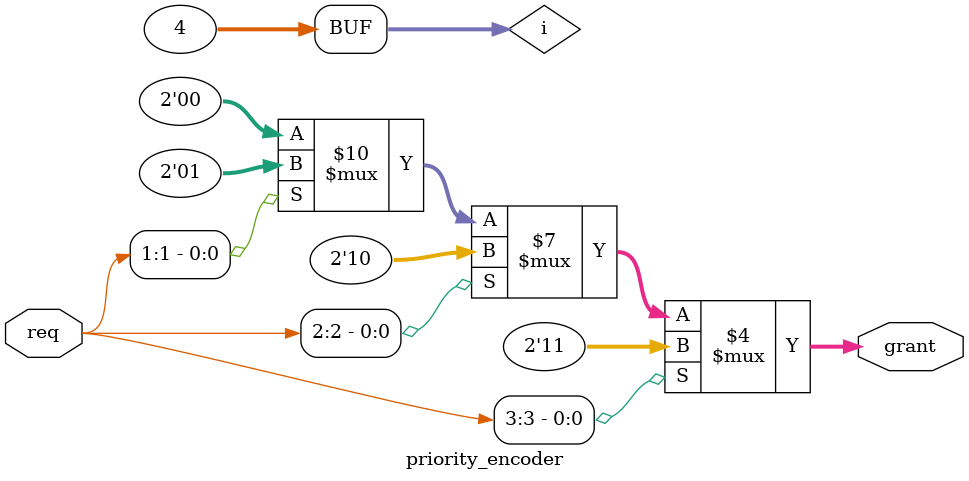
<source format=sv>
module decoder_priority #(WIDTH=4) (
    input [WIDTH-1:0] req,
    output [$clog2(WIDTH)-1:0] grant
);

    // Priority encoder submodule
    priority_encoder #(.WIDTH(WIDTH)) pe_inst (
        .req(req),
        .grant(grant)
    );

endmodule

module priority_encoder #(WIDTH=4) (
    input [WIDTH-1:0] req,
    output reg [$clog2(WIDTH)-1:0] grant
);

    integer i;
    always @* begin
        grant = 0;
        for(i=0; i<WIDTH; i=i+1)
            if(req[i]) grant = i;
    end

endmodule
</source>
